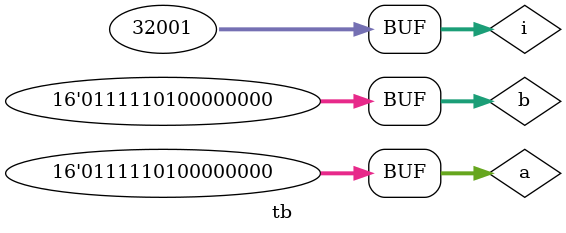
<source format=v>
`timescale 1ns / 1ps


module tb( );

    reg [15:0]a,b;
    wire [31:0]out;
    integer i;
    fast_multiplier_16x16 uut(.a(a),.b(b),.out(out));
    initial 
    begin
    for(i=0;i<=32000;i=i+1)
        begin
        #1 a=i;
          #1 b=i;
          
        end     
        
    end
endmodule

</source>
